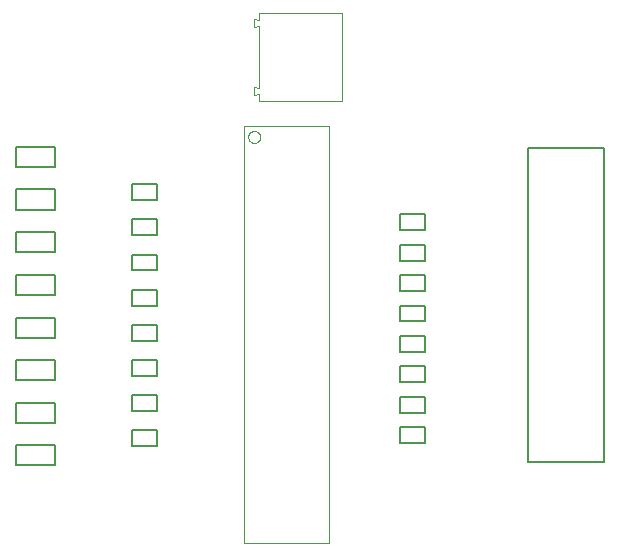
<source format=gbr>
%FSTAX23Y23*%
%MOIN*%
%SFA1B1*%

%IPPOS*%
%ADD27C,0.007874*%
%ADD29C,0.003937*%
%LNpcb2_top_3d_body-1*%
%LPD*%
G54D27*
X02929Y02308D02*
Y02375D01*
Y02308D02*
X03059D01*
Y02375*
X02929D02*
X03059D01*
X02929Y02166D02*
Y02233D01*
Y02166D02*
X03059D01*
Y02233*
X02929D02*
X03059D01*
X02929Y0245D02*
Y02517D01*
Y0245D02*
X03059D01*
Y02517*
X02929D02*
X03059D01*
X02929Y02593D02*
Y0266D01*
Y02593D02*
X03059D01*
Y0266*
X02929D02*
X03059D01*
X02929Y02735D02*
Y02802D01*
Y02735D02*
X03059D01*
Y02802*
X02929D02*
X03059D01*
X02929Y03019D02*
Y03086D01*
Y03019D02*
X03059D01*
Y03086*
X02929D02*
X03059D01*
X02929Y02877D02*
Y02944D01*
Y02877D02*
X03059D01*
Y02944*
X02929D02*
X03059D01*
X02929Y02024D02*
Y02091D01*
Y02024D02*
X03059D01*
Y02091*
X02929D02*
X03059D01*
X04637Y02036D02*
X04889D01*
Y03081*
X04637D02*
X04889D01*
X04637Y02036D02*
Y03081D01*
X0421Y02808D02*
Y02861D01*
Y02808D02*
X04293D01*
Y02861*
X0421D02*
X04293D01*
X0421Y02706D02*
Y02759D01*
Y02706D02*
X04293D01*
Y02759*
X0421D02*
X04293D01*
X0421Y02605D02*
Y02658D01*
Y02605D02*
X04293D01*
Y02658*
X0421D02*
X04293D01*
X0421Y02504D02*
Y02557D01*
Y02504D02*
X04293D01*
Y02557*
X0421D02*
X04293D01*
X0421Y02403D02*
Y02456D01*
Y02403D02*
X04293D01*
Y02456*
X0421D02*
X04293D01*
X0421Y02301D02*
Y02355D01*
Y02301D02*
X04293D01*
Y02355*
X0421D02*
X04293D01*
X0421Y022D02*
Y02253D01*
Y022D02*
X04293D01*
Y02253*
X0421D02*
X04293D01*
X0421Y02099D02*
Y02152D01*
Y02099D02*
X04293D01*
Y02152*
X0421D02*
X04293D01*
X034Y02088D02*
Y02141D01*
X03317D02*
X034D01*
X03317Y02088D02*
Y02141D01*
Y02088D02*
X034D01*
Y02205D02*
Y02258D01*
X03317D02*
X034D01*
X03317Y02205D02*
Y02258D01*
Y02205D02*
X034D01*
Y02322D02*
Y02375D01*
X03317D02*
X034D01*
X03317Y02322D02*
Y02375D01*
Y02322D02*
X034D01*
Y02439D02*
Y02493D01*
X03317D02*
X034D01*
X03317Y02439D02*
Y02493D01*
Y02439D02*
X034D01*
Y02556D02*
Y0261D01*
X03317D02*
X034D01*
X03317Y02556D02*
Y0261D01*
Y02556D02*
X034D01*
Y02674D02*
Y02727D01*
X03317D02*
X034D01*
X03317Y02674D02*
Y02727D01*
Y02674D02*
X034D01*
Y02791D02*
Y02844D01*
X03317D02*
X034D01*
X03317Y02791D02*
Y02844D01*
Y02791D02*
X034D01*
Y02908D02*
Y02961D01*
X03317D02*
X034D01*
X03317Y02908D02*
Y02961D01*
Y02908D02*
X034D01*
G54D29*
X03743Y03119D02*
D01*
X03743Y0312*
X03743Y03122*
X03742Y03123*
X03742Y03124*
X03742Y03126*
X03741Y03127*
X03741Y03128*
X0374Y03129*
X03739Y03131*
X03738Y03132*
X03737Y03133*
X03736Y03134*
X03735Y03134*
X03734Y03135*
X03733Y03136*
X03732Y03137*
X03731Y03137*
X03729Y03138*
X03728Y03138*
X03727Y03138*
X03725Y03139*
X03724Y03139*
X03723*
X03721Y03139*
X0372Y03138*
X03718Y03138*
X03717Y03138*
X03716Y03137*
X03715Y03137*
X03713Y03136*
X03712Y03135*
X03711Y03134*
X0371Y03134*
X03709Y03133*
X03708Y03132*
X03707Y03131*
X03707Y03129*
X03706Y03128*
X03705Y03127*
X03705Y03126*
X03704Y03124*
X03704Y03123*
X03704Y03122*
X03704Y0312*
X03704Y03119*
X03704Y03118*
X03704Y03116*
X03704Y03115*
X03704Y03114*
X03705Y03112*
X03705Y03111*
X03706Y0311*
X03707Y03109*
X03707Y03107*
X03708Y03106*
X03709Y03105*
X0371Y03104*
X03711Y03103*
X03712Y03103*
X03713Y03102*
X03715Y03101*
X03716Y03101*
X03717Y031*
X03718Y031*
X0372Y031*
X03721Y03099*
X03723Y03099*
X03724*
X03725Y03099*
X03727Y031*
X03728Y031*
X03729Y031*
X03731Y03101*
X03732Y03101*
X03733Y03102*
X03734Y03103*
X03735Y03103*
X03736Y03104*
X03737Y03105*
X03738Y03106*
X03739Y03107*
X0374Y03109*
X03741Y0311*
X03741Y03111*
X03742Y03112*
X03742Y03114*
X03742Y03115*
X03743Y03116*
X03743Y03118*
X03743Y03119*
X0374Y03282D02*
Y03488D01*
Y03508D02*
Y03531D01*
X03724Y03486D02*
Y03511D01*
X0374Y03508*
X03724Y03486D02*
X0374Y03488D01*
Y0324D02*
Y03262D01*
X03724Y03285D02*
X0374Y03282D01*
X03724Y0326D02*
X0374Y03262D01*
X03724Y0326D02*
Y03285D01*
X04015Y0324D02*
Y03531D01*
X0374Y0324D02*
X04015D01*
X0374Y03531D02*
X04015D01*
X03688Y01765D02*
X03971D01*
X03688Y03154D02*
X03971D01*
Y01765D02*
Y03154D01*
X03688Y01765D02*
Y03154D01*
M02*
</source>
